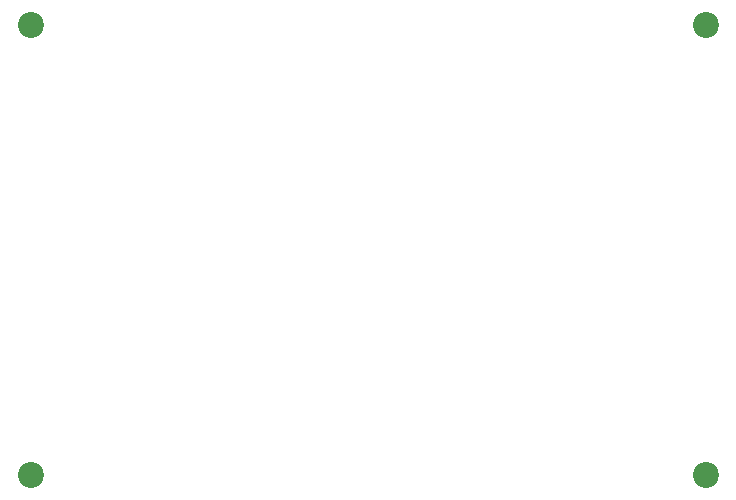
<source format=gbr>
%TF.GenerationSoftware,KiCad,Pcbnew,9.0.5-9.0.5~ubuntu24.04.1*%
%TF.CreationDate,2025-11-01T13:33:11+08:00*%
%TF.ProjectId,TPS2,54505332-2e6b-4696-9361-645f70636258,rev?*%
%TF.SameCoordinates,Original*%
%TF.FileFunction,Soldermask,Top*%
%TF.FilePolarity,Negative*%
%FSLAX46Y46*%
G04 Gerber Fmt 4.6, Leading zero omitted, Abs format (unit mm)*
G04 Created by KiCad (PCBNEW 9.0.5-9.0.5~ubuntu24.04.1) date 2025-11-01 13:33:11*
%MOMM*%
%LPD*%
G01*
G04 APERTURE LIST*
%ADD10C,2.200000*%
G04 APERTURE END LIST*
D10*
%TO.C,H4*%
X164325000Y-86150000D03*
%TD*%
%TO.C,H1*%
X107175000Y-48050000D03*
%TD*%
%TO.C,H2*%
X107175000Y-86150000D03*
%TD*%
%TO.C,H3*%
X164325000Y-48050000D03*
%TD*%
M02*

</source>
